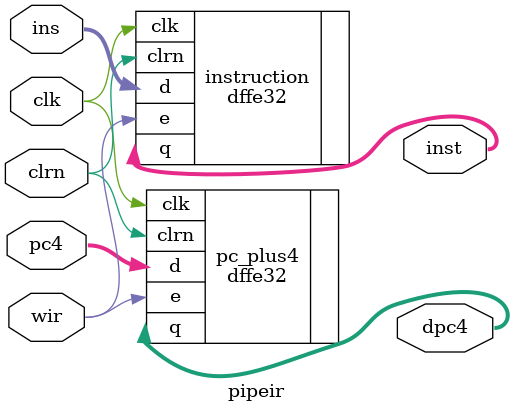
<source format=v>
module pipeir (pc4,ins,wir,clk,clrn,dpc4,inst);
	input [31:0] pc4,ins;
	input wir,clk,clrn;
	output [31:0] dpc4,inst;
	dffe32 pc_plus4 (.d(pc4),.clk(clk),.clrn(clrn),.e(wir),.q(dpc4));
	dffe32 instruction (.d(ins),.clk(clk),.clrn(clrn),.e(wir),.q(inst));
endmodule
</source>
